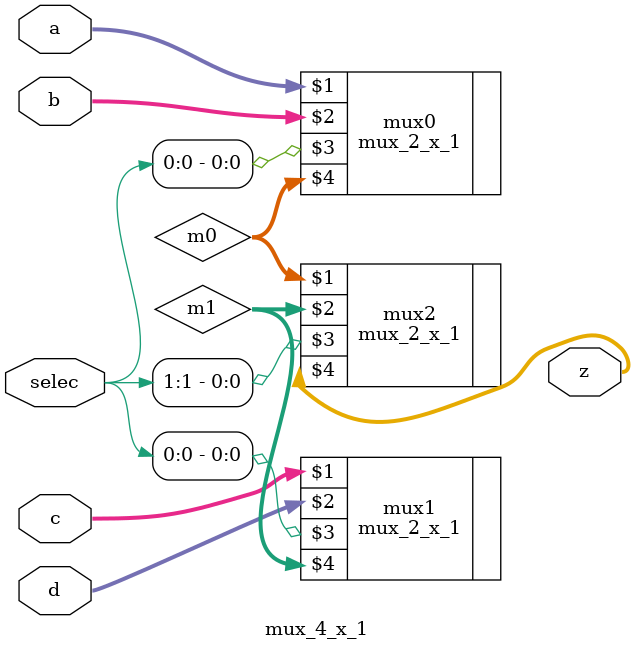
<source format=sv>
module mux_4_x_1
	#(parameter N = 2)
	(input [N - 1 : 0] a, b, c, d, input logic [1:0] selec, output logic [N - 1 : 0] z);
	
	logic [N - 1 : 0] m0, m1;
	
	mux_2_x_1 #(N) mux0(a, b, selec[0], m0);
	mux_2_x_1 #(N) mux1(c, d, selec[0], m1);
	
	mux_2_x_1 #(N) mux2(m0, m1, selec[1], z);
	
endmodule 
</source>
